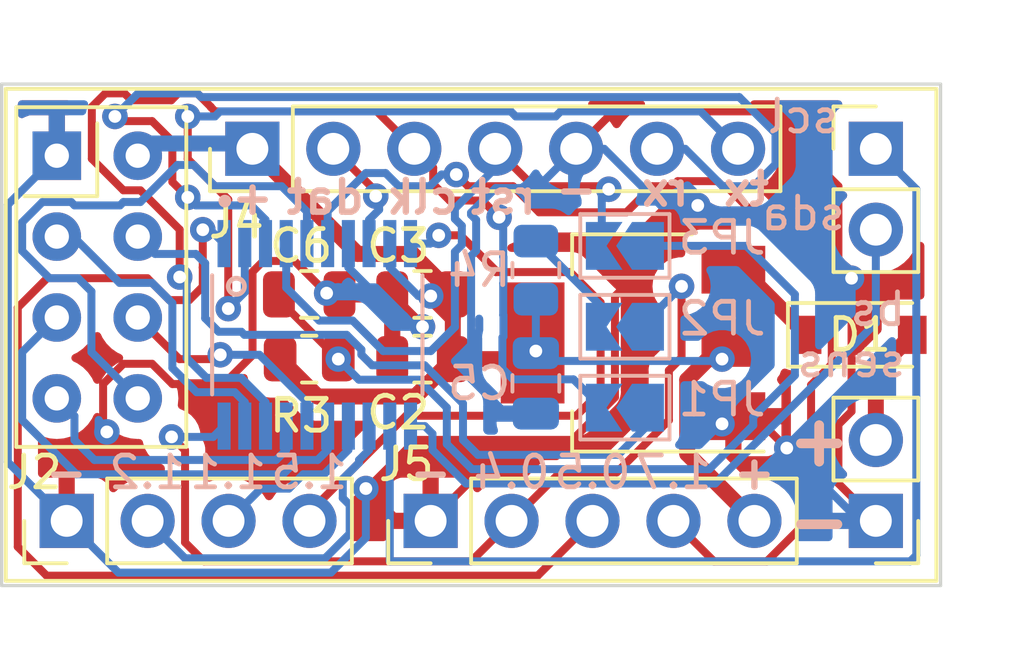
<source format=kicad_pcb>
(kicad_pcb (version 20211014) (generator pcbnew)
  (layers (0 "F.Cu" signal) (31 "B.Cu" signal) (34 "B.Paste" user) (35 "F.Paste" user) (36 "B.SilkS" user "B.Silkscreen") (37 "F.SilkS" user "F.Silkscreen") (38 "B.Mask" user) (39 "F.Mask" user) (44 "Edge.Cuts" user))
  (net 0 "")
  (net 1 "GND")
  (net 2 "+3V3")
  (net 3 "Net-(C6-Pad1)")
  (net 4 "Net-(D1-Pad1)")
  (net 5 "Net-(D1-Pad2)")
  (net 6 "Net-(JP2-Pad2)")
  (net 7 "Net-(JP1-Pad1)")
  (net 8 "Net-(J4-Pad7)")
  (net 9 "Net-(J2-Pad2)")
  (net 10 "Net-(J2-Pad3)")
  (net 11 "Net-(J2-Pad4)")
  (net 12 "Net-(J3-Pad1)")
  (net 13 "Net-(J3-Pad2)")
  (net 14 "Net-(J4-Pad2)")
  (net 15 "Net-(J4-Pad3)")
  (net 16 "Net-(J4-Pad4)")
  (net 17 "Net-(J4-Pad6)")
  (net 18 "Net-(J5-Pad2)")
  (net 19 "Net-(J5-Pad3)")
  (net 20 "Net-(J5-Pad4)")
  (net 21 "Net-(U1-Pad3)")
  (net 22 "Net-(U1-Pad5)")
  (net 23 "Net-(U1-Pad6)")
  (net 24 "Net-(U1-Pad7)")
  (net 25 "Net-(U1-Pad8)")
  (footprint "Package_TO_SOT_SMD:SOT-223-3_TabPin2" (layer "F.Cu") (at 147.32 84.582 180)
    (fp_text reference "U2" hide)
    (fp_text value "AMS1117-3.3")
    (pad "1" smd rect (at -3.15 -2.3 180) (size 2 1.5) (layers "F.Cu" "F.Paste" "F.Mask") (net 1 "GND"))
    (pad "2" smd rect (at -3.15 0 180) (size 2 1.5) (layers "F.Cu" "F.Paste" "F.Mask") (net 2 "+3V3"))
    (pad "2" smd rect (at 3.15 0 180) (size 2 3.8) (layers "F.Cu" "F.Paste" "F.Mask") (net 2 "+3V3"))
    (pad "3" smd rect (at -3.15 2.3 180) (size 2 1.5) (layers "F.Cu" "F.Paste" "F.Mask") (net 4 "Net-(D1-Pad1)"))
  )
  (footprint "Connector_PinHeader_2.54mm:PinHeader_1x02_P2.54mm_Vertical" (layer "F.Cu") (at 154.94 78.486)
    (fp_text reference "J3" hide)
    (fp_text value "Conn_01x02")
    (pad "1" thru_hole rect (at 0 0) (size 1.7 1.7) (drill 1) (layers *.Cu *.Mask) (net 12 "Net-(J3-Pad1)"))
    (pad "2" thru_hole oval (at 0 2.54) (size 1.7 1.7) (drill 1) (layers *.Cu *.Mask) (net 13 "Net-(J3-Pad2)"))
  )
  (footprint "Capacitor_SMD:C_0805_2012Metric" (layer "F.Cu") (at 140.716 83.058 180)
    (fp_text reference "C3" (at 0.762 1.524) (layer "F.SilkS"))
    (fp_text value "10u")
    (pad "1" smd roundrect (at -0.95 0 180) (size 1 1.45) (layers "F.Cu" "F.Paste" "F.Mask") (net 2 "+3V3"))
    (pad "2" smd roundrect (at 0.95 0 180) (size 1 1.45) (layers "F.Cu" "F.Paste" "F.Mask") (net 1 "GND"))
  )
  (footprint "Connector_PinHeader_2.54mm:PinHeader_1x02_P2.54mm_Vertical" (layer "F.Cu") (at 154.94 90.17 180)
    (fp_text reference "J1" hide)
    (fp_text value "Conn_01x02")
    (pad "1" thru_hole rect (at 0 0 180) (size 1.7 1.7) (drill 1) (layers *.Cu *.Mask) (net 1 "GND"))
    (pad "2" thru_hole oval (at 0 2.54 180) (size 1.7 1.7) (drill 1) (layers *.Cu *.Mask) (net 5 "Net-(D1-Pad2)"))
  )
  (footprint "Capacitor_SMD:C_0805_2012Metric" (layer "F.Cu") (at 137.16 83.058)
    (fp_text reference "C6" (at -0.254 -1.524) (layer "F.SilkS"))
    (fp_text value "10u")
    (pad "1" smd roundrect (at -0.95 0) (size 1 1.45) (layers "F.Cu" "F.Paste" "F.Mask") (net 3 "Net-(C6-Pad1)"))
    (pad "2" smd roundrect (at 0.95 0) (size 1 1.45) (layers "F.Cu" "F.Paste" "F.Mask") (net 1 "GND"))
  )
  (footprint "Connector_PinHeader_2.54mm:PinHeader_1x07_P2.54mm_Vertical" (layer "F.Cu") (at 135.377 78.486 90)
    (fp_text reference "J4" (at -2.286 -0.503 180) (layer "F.SilkS"))
    (fp_text value "Conn_01x07")
    (pad "1" thru_hole rect (at 0 0 90) (size 1.7 1.7) (drill 1) (layers *.Cu *.Mask) (net 2 "+3V3"))
    (pad "2" thru_hole oval (at 0 2.54 90) (size 1.7 1.7) (drill 1) (layers *.Cu *.Mask) (net 14 "Net-(J4-Pad2)"))
    (pad "3" thru_hole oval (at 0 5.08 90) (size 1.7 1.7) (drill 1) (layers *.Cu *.Mask) (net 15 "Net-(J4-Pad3)"))
    (pad "4" thru_hole oval (at 0 7.62 90) (size 1.7 1.7) (drill 1) (layers *.Cu *.Mask) (net 16 "Net-(J4-Pad4)"))
    (pad "5" thru_hole oval (at 0 10.16 90) (size 1.7 1.7) (drill 1) (layers *.Cu *.Mask) (net 1 "GND"))
    (pad "6" thru_hole oval (at 0 12.7 90) (size 1.7 1.7) (drill 1) (layers *.Cu *.Mask) (net 17 "Net-(J4-Pad6)"))
    (pad "7" thru_hole oval (at 0 15.24 90) (size 1.7 1.7) (drill 1) (layers *.Cu *.Mask) (net 8 "Net-(J4-Pad7)"))
  )
  (footprint "Diode_SMD:D_SOD-123" (layer "F.Cu") (at 154.432 84.328)
    (fp_text reference "D1" (at 0 0) (layer "F.SilkS"))
    (fp_text value "1N4148W")
    (pad "1" smd rect (at -1.65 0) (size 0.9 1.2) (layers "F.Cu" "F.Paste" "F.Mask") (net 4 "Net-(D1-Pad1)"))
    (pad "2" smd rect (at 1.65 0) (size 0.9 1.2) (layers "F.Cu" "F.Paste" "F.Mask") (net 5 "Net-(D1-Pad2)"))
  )
  (footprint "Resistor_SMD:R_0805_2012Metric" (layer "F.Cu") (at 137.16 85.09)
    (fp_text reference "R3" (at -0.254 1.778) (layer "F.SilkS"))
    (fp_text value "10k")
    (pad "1" smd roundrect (at -0.9125 0) (size 1.025 1.4) (layers "F.Cu" "F.Paste" "F.Mask") (roundrect_rratio 0.243902) (net 2 "+3V3"))
    (pad "2" smd roundrect (at 0.9125 0) (size 1.025 1.4) (layers "F.Cu" "F.Paste" "F.Mask") (roundrect_rratio 0.243902) (net 3 "Net-(C6-Pad1)"))
  )
  (footprint "Connector_PinHeader_2.54mm:PinHeader_1x04_P2.54mm_Vertical" (layer "F.Cu") (at 129.55 90.17 90)
    (fp_text reference "J2" (at 1.524 -1.016) (layer "F.SilkS"))
    (fp_text value "Conn_01x04")
    (pad "1" thru_hole rect (at 0 0 90) (size 1.7 1.7) (drill 1) (layers *.Cu *.Mask) (net 1 "GND"))
    (pad "2" thru_hole oval (at 0 2.54 90) (size 1.7 1.7) (drill 1) (layers *.Cu *.Mask) (net 9 "Net-(J2-Pad2)"))
    (pad "3" thru_hole oval (at 0 5.08 90) (size 1.7 1.7) (drill 1) (layers *.Cu *.Mask) (net 10 "Net-(J2-Pad3)"))
    (pad "4" thru_hole oval (at 0 7.62 90) (size 1.7 1.7) (drill 1) (layers *.Cu *.Mask) (net 11 "Net-(J2-Pad4)"))
  )
  (footprint "Connector_PinHeader_2.54mm:PinHeader_1x05_P2.54mm_Vertical" (layer "F.Cu") (at 140.97 90.17 90)
    (fp_text reference "J5" (at 1.778 -0.762 180) (layer "F.SilkS"))
    (fp_text value "Conn_01x05")
    (pad "1" thru_hole rect (at 0 0 90) (size 1.7 1.7) (drill 1) (layers *.Cu *.Mask) (net 1 "GND"))
    (pad "2" thru_hole oval (at 0 2.54 90) (size 1.7 1.7) (drill 1) (layers *.Cu *.Mask) (net 18 "Net-(J5-Pad2)"))
    (pad "3" thru_hole oval (at 0 5.08 90) (size 1.7 1.7) (drill 1) (layers *.Cu *.Mask) (net 19 "Net-(J5-Pad3)"))
    (pad "4" thru_hole oval (at 0 7.62 90) (size 1.7 1.7) (drill 1) (layers *.Cu *.Mask) (net 20 "Net-(J5-Pad4)"))
    (pad "5" thru_hole oval (at 0 10.16 90) (size 1.7 1.7) (drill 1) (layers *.Cu *.Mask) (net 2 "+3V3"))
  )
  (footprint "Capacitor_SMD:C_0805_2012Metric" (layer "F.Cu") (at 140.716 85.09 180)
    (fp_text reference "C2" (at 0.762 -1.68) (layer "F.SilkS"))
    (fp_text value "100n")
    (pad "1" smd roundrect (at -0.95 0 180) (size 1 1.45) (layers "F.Cu" "F.Paste" "F.Mask") (net 2 "+3V3"))
    (pad "2" smd roundrect (at 0.95 0 180) (size 1 1.45) (layers "F.Cu" "F.Paste" "F.Mask") (net 1 "GND"))
  )
  (footprint "RF_Module:nRF24L01_Breakout" (layer "F.Cu") (at 129.24 78.703)
    (fp_text reference "U1" hide)
    (fp_text value "NRF24L01_Breakout")
    (pad "1" thru_hole rect (at 0 0) (size 1.524 1.524) (drill 0.762) (layers *.Cu *.Mask) (net 1 "GND"))
    (pad "2" thru_hole circle (at 2.54 0) (size 1.524 1.524) (drill 0.762) (layers *.Cu *.Mask) (net 2 "+3V3"))
    (pad "3" thru_hole circle (at 0 2.54) (size 1.524 1.524) (drill 0.762) (layers *.Cu *.Mask) (net 21 "Net-(U1-Pad3)"))
    (pad "4" thru_hole circle (at 2.54 2.54) (size 1.524 1.524) (drill 0.762) (layers *.Cu *.Mask) (net 7 "Net-(JP1-Pad1)"))
    (pad "5" thru_hole circle (at 0 5.08) (size 1.524 1.524) (drill 0.762) (layers *.Cu *.Mask) (net 22 "Net-(U1-Pad5)"))
    (pad "6" thru_hole circle (at 2.54 5.08) (size 1.524 1.524) (drill 0.762) (layers *.Cu *.Mask) (net 23 "Net-(U1-Pad6)"))
    (pad "7" thru_hole circle (at 0 7.62) (size 1.524 1.524) (drill 0.762) (layers *.Cu *.Mask) (net 24 "Net-(U1-Pad7)"))
    (pad "8" thru_hole circle (at 2.54 7.62) (size 1.524 1.524) (drill 0.762) (layers *.Cu *.Mask) (net 25 "Net-(U1-Pad8)"))
  )
  (footprint "Jumper:SolderJumper-2_P1.3mm_Open_TrianglePad1.0x1.5mm" (layer "B.Cu") (at 147.066 81.534 180)
    (fp_text reference "JP3" (at -3.048 0.254) (layer "B.SilkS") (effects (justify mirror)))
    (fp_text value "SolderJumper_2_Open")
    (pad "1" smd custom (at -0.725 0 180) (size 0.3 0.3) (layers "B.Cu" "B.Mask") (net 3 "Net-(C6-Pad1)") (options (clearance outline) (anchor rect)) (primitives (gr_poly (pts (xy 1 0) (xy 0.5 -0.75) (xy -0.5 -0.75) (xy -0.5 0.75) (xy 0.5 0.75)) (width 0) (fill yes))))
    (pad "2" smd custom (at 0.725 0 180) (size 0.3 0.3) (layers "B.Cu" "B.Mask") (net 16 "Net-(J4-Pad4)") (options (clearance outline) (anchor rect)) (primitives (gr_poly (pts (xy 0.5 -0.75) (xy -0.65 -0.75) (xy -0.15 0) (xy -0.65 0.75) (xy 0.5 0.75)) (width 0) (fill yes))))
  )
  (footprint "Resistor_SMD:R_0805_2012Metric" (layer "B.Cu") (at 144.272 82.296 90)
    (fp_text reference "R4" (at 0 -1.778) (layer "B.SilkS") (effects (justify mirror)))
    (fp_text value "4,7k")
    (pad "1" smd roundrect (at -0.9125 0 90) (size 1.025 1.4) (layers "B.Cu" "B.Paste" "B.Mask") (roundrect_rratio 0.243902) (net 2 "+3V3"))
    (pad "2" smd roundrect (at 0.9125 0 90) (size 1.025 1.4) (layers "B.Cu" "B.Paste" "B.Mask") (roundrect_rratio 0.243902) (net 6 "Net-(JP2-Pad2)"))
  )
  (footprint "Jumper:SolderJumper-2_P1.3mm_Open_TrianglePad1.0x1.5mm" (layer "B.Cu") (at 147.066 86.614 180)
    (fp_text reference "JP1" (at -3.048 0.254) (layer "B.SilkS") (effects (justify mirror)))
    (fp_text value "SolderJumper_2_Open")
    (pad "1" smd custom (at -0.725 0 180) (size 0.3 0.3) (layers "B.Cu" "B.Mask") (net 7 "Net-(JP1-Pad1)") (options (clearance outline) (anchor rect)) (primitives (gr_poly (pts (xy 1 0) (xy 0.5 -0.75) (xy -0.5 -0.75) (xy -0.5 0.75) (xy 0.5 0.75)) (width 0) (fill yes))))
    (pad "2" smd custom (at 0.725 0 180) (size 0.3 0.3) (layers "B.Cu" "B.Mask") (net 15 "Net-(J4-Pad3)") (options (clearance outline) (anchor rect)) (primitives (gr_poly (pts (xy 0.5 -0.75) (xy -0.65 -0.75) (xy -0.15 0) (xy -0.65 0.75) (xy 0.5 0.75)) (width 0) (fill yes))))
  )
  (footprint "Capacitor_SMD:C_0805_2012Metric" (layer "B.Cu") (at 144.272 85.852 -90)
    (fp_text reference "C5" (at 0 1.778 180) (layer "B.SilkS") (effects (justify mirror)))
    (fp_text value "100n")
    (pad "1" smd roundrect (at -0.95 0 270) (size 1 1.45) (layers "B.Cu" "B.Paste" "B.Mask") (net 2 "+3V3"))
    (pad "2" smd roundrect (at 0.95 0 270) (size 1 1.45) (layers "B.Cu" "B.Paste" "B.Mask") (net 1 "GND"))
  )
  (footprint "N76E003AT20:SOP65P640X120-20N" (layer "B.Cu") (at 137.414 84.328 -90)
    (fp_text reference "U4" hide)
    (fp_text value "N76E003AT20")
    (pad "1" smd roundrect locked (at -2.865 2.925 270) (size 1.48 0.41) (layers "B.Cu" "B.Paste" "B.Mask") (roundrect_rratio 0.02) (net 19 "Net-(J5-Pad3)"))
    (pad "2" smd roundrect locked (at -2.865 2.275 270) (size 1.48 0.41) (layers "B.Cu" "B.Paste" "B.Mask") (roundrect_rratio 0.02) (net 8 "Net-(J4-Pad7)"))
    (pad "3" smd roundrect locked (at -2.865 1.625 270) (size 1.48 0.41) (layers "B.Cu" "B.Paste" "B.Mask") (roundrect_rratio 0.02) (net 17 "Net-(J4-Pad6)"))
    (pad "4" smd roundrect locked (at -2.865 0.975 270) (size 1.48 0.41) (layers "B.Cu" "B.Paste" "B.Mask") (roundrect_rratio 0.02) (net 16 "Net-(J4-Pad4)"))
    (pad "5" smd roundrect locked (at -2.865 0.325 270) (size 1.48 0.41) (layers "B.Cu" "B.Paste" "B.Mask") (roundrect_rratio 0.02) (net 25 "Net-(U1-Pad8)"))
    (pad "6" smd roundrect locked (at -2.865 -0.325 270) (size 1.48 0.41) (layers "B.Cu" "B.Paste" "B.Mask") (roundrect_rratio 0.02) (net 20 "Net-(J5-Pad4)"))
    (pad "7" smd roundrect locked (at -2.865 -0.975 270) (size 1.48 0.41) (layers "B.Cu" "B.Paste" "B.Mask") (roundrect_rratio 0.02) (net 1 "GND"))
    (pad "8" smd roundrect locked (at -2.865 -1.625 270) (size 1.48 0.41) (layers "B.Cu" "B.Paste" "B.Mask") (roundrect_rratio 0.02) (net 14 "Net-(J4-Pad2)"))
    (pad "9" smd roundrect locked (at -2.865 -2.275 270) (size 1.48 0.41) (layers "B.Cu" "B.Paste" "B.Mask") (roundrect_rratio 0.02) (net 2 "+3V3"))
    (pad "10" smd roundrect locked (at -2.865 -2.925 270) (size 1.48 0.41) (layers "B.Cu" "B.Paste" "B.Mask") (roundrect_rratio 0.02) (net 11 "Net-(J2-Pad4)"))
    (pad "11" smd roundrect locked (at 2.865 -2.925 90) (size 1.48 0.41) (layers "B.Cu" "B.Paste" "B.Mask") (roundrect_rratio 0.02) (net 13 "Net-(J3-Pad2)"))
    (pad "12" smd roundrect locked (at 2.865 -2.275 90) (size 1.48 0.41) (layers "B.Cu" "B.Paste" "B.Mask") (roundrect_rratio 0.02) (net 12 "Net-(J3-Pad1)"))
    (pad "13" smd roundrect locked (at 2.865 -1.625 90) (size 1.48 0.41) (layers "B.Cu" "B.Paste" "B.Mask") (roundrect_rratio 0.02) (net 9 "Net-(J2-Pad2)"))
    (pad "14" smd roundrect locked (at 2.865 -0.975 90) (size 1.48 0.41) (layers "B.Cu" "B.Paste" "B.Mask") (roundrect_rratio 0.02) (net 10 "Net-(J2-Pad3)"))
    (pad "15" smd roundrect locked (at 2.865 -0.325 90) (size 1.48 0.41) (layers "B.Cu" "B.Paste" "B.Mask") (roundrect_rratio 0.02) (net 22 "Net-(U1-Pad5)"))
    (pad "16" smd roundrect locked (at 2.865 0.325 90) (size 1.48 0.41) (layers "B.Cu" "B.Paste" "B.Mask") (roundrect_rratio 0.02) (net 23 "Net-(U1-Pad6)"))
    (pad "17" smd roundrect locked (at 2.865 0.975 90) (size 1.48 0.41) (layers "B.Cu" "B.Paste" "B.Mask") (roundrect_rratio 0.02) (net 24 "Net-(U1-Pad7)"))
    (pad "18" smd roundrect locked (at 2.865 1.625 90) (size 1.48 0.41) (layers "B.Cu" "B.Paste" "B.Mask") (roundrect_rratio 0.02) (net 15 "Net-(J4-Pad3)"))
    (pad "19" smd roundrect locked (at 2.865 2.275 90) (size 1.48 0.41) (layers "B.Cu" "B.Paste" "B.Mask") (roundrect_rratio 0.02) (net 21 "Net-(U1-Pad3)"))
    (pad "20" smd roundrect locked (at 2.865 2.925 90) (size 1.48 0.41) (layers "B.Cu" "B.Paste" "B.Mask") (roundrect_rratio 0.02) (net 18 "Net-(J5-Pad2)"))
  )
  (footprint "Jumper:SolderJumper-2_P1.3mm_Open_TrianglePad1.0x1.5mm" (layer "B.Cu") (at 147.066 84.074 180)
    (fp_text reference "JP2" (at -3.048 0.254) (layer "B.SilkS") (effects (justify mirror)))
    (fp_text value "SolderJumper_2_Open")
    (pad "1" smd custom (at -0.725 0 180) (size 0.3 0.3) (layers "B.Cu" "B.Mask") (net 18 "Net-(J5-Pad2)") (options (clearance outline) (anchor rect)) (primitives (gr_poly (pts (xy 1 0) (xy 0.5 -0.75) (xy -0.5 -0.75) (xy -0.5 0.75) (xy 0.5 0.75)) (width 0) (fill yes))))
    (pad "2" smd custom (at 0.725 0 180) (size 0.3 0.3) (layers "B.Cu" "B.Mask") (net 6 "Net-(JP2-Pad2)") (options (clearance outline) (anchor rect)) (primitives (gr_poly (pts (xy 0.5 -0.75) (xy -0.65 -0.75) (xy -0.15 0) (xy -0.65 0.75) (xy 0.5 0.75)) (width 0) (fill yes))))
  )
  (gr_circle (center 134.874 82.804) (end 135.128 82.804) (layer "B.SilkS") (width 0.15) (fill none))
  (gr_line (start 127.508 92.202) (end 127.508 76.454) (layer "Edge.Cuts") (width 0.1))
  (gr_line (start 156.972 76.454) (end 156.972 92.202) (layer "Edge.Cuts") (width 0.1))
  (gr_line (start 127.508 76.454) (end 156.972 76.454) (layer "Edge.Cuts") (width 0.1))
  (gr_line (start 156.972 92.202) (end 127.508 92.202) (layer "Edge.Cuts") (width 0.1))
  (gr_text "-" (at 140.97 88.646) (layer "B.SilkS") (effects (font (size 1 1) (thickness 0.2)) (justify mirror)))
  (gr_text "0.5" (at 146.05 88.646) (layer "B.SilkS") (effects (font (size 1 1)) (justify mirror)))
  (gr_text "-" (at 153.162 90.17) (layer "B.SilkS") (effects (font (size 1.5 1.5) (thickness 0.3)) (justify mirror)))
  (gr_text "sda" (at 152.654 80.518) (layer "B.SilkS") (effects (font (size 1 1)) (justify mirror)))
  (gr_text "1.1" (at 134.62 88.646) (layer "B.SilkS") (effects (font (size 1 1)) (justify mirror)))
  (gr_text "bs\nsens" (at 155.956 84.328) (layer "B.SilkS") (effects (font (size 1 1)) (justify left mirror)))
  (gr_text "clk" (at 140.716 80.01) (layer "B.SilkS") (effects (font (size 1 1) (thickness 0.2)) (justify mirror)))
  (gr_text "1.7" (at 148.59 88.646) (layer "B.SilkS") (effects (font (size 1 1)) (justify mirror)))
  (gr_text "+" (at 151.13 88.646) (layer "B.SilkS") (effects (font (size 1 1) (thickness 0.2)) (justify mirror)))
  (gr_text "tx" (at 150.876 79.756) (layer "B.SilkS") (effects (font (size 1 1) (thickness 0.2)) (justify mirror)))
  (gr_text "+" (at 135.382 80.01) (layer "B.SilkS") (effects (font (size 1 1) (thickness 0.2))))
  (gr_text "-" (at 129.54 88.646) (layer "B.SilkS") (effects (font (size 1 1) (thickness 0.2)) (justify mirror)))
  (gr_text "0.4" (at 143.51 88.646) (layer "B.SilkS") (effects (font (size 1 1)) (justify mirror)))
  (gr_text "dat" (at 137.668 80.01) (layer "B.SilkS") (effects (font (size 1 1) (thickness 0.2)) (justify mirror)))
  (gr_text "scl" (at 152.654 77.47) (layer "B.SilkS") (effects (font (size 1 1)) (justify mirror)))
  (gr_text "-" (at 145.542 79.756) (layer "B.SilkS") (effects (font (size 1 1) (thickness 0.2)) (justify mirror)))
  (gr_text "rst" (at 143.256 80.01) (layer "B.SilkS") (effects (font (size 1 1) (thickness 0.2)) (justify mirror)))
  (gr_text "+" (at 153.162 87.63) (layer "B.SilkS") (effects (font (size 1.5 1.5) (thickness 0.3)) (justify mirror)))
  (gr_text "rx" (at 148.336 79.756) (layer "B.SilkS") (effects (font (size 1 1) (thickness 0.2)) (justify mirror)))
  (gr_text "1.2" (at 132.08 88.646) (layer "B.SilkS") (effects (font (size 1 1)) (justify mirror)))
  (gr_text "1.5" (at 137.16 88.646) (layer "B.SilkS") (effects (font (size 1 1)) (justify mirror)))
  (gr_text "+" (at 153.162 87.63) (layer "F.SilkS") (effects (font (size 1.5 1.5) (thickness 0.3))))
  (gr_text "-" (at 153.162 90.17) (layer "F.SilkS") (effects (font (size 1.5 1.5) (thickness 0.3))))
  (segment (start 136.697973 82.00848) (end 135.722027 82.00848) (width 0.25) (layer "F.Cu") (net 1))
  (segment (start 153.765489 79.660511) (end 153.765489 82.137489) (width 0.25) (layer "F.Cu") (net 1))
  (segment (start 137.707747 83.018253) (end 136.697973 82.00848) (width 0.25) (layer "F.Cu") (net 1))
  (segment (start 146.75352 86.292198) (end 144.907718 88.138) (width 0.25) (layer "F.Cu") (net 1))
  (segment (start 146.711511 77.311489) (end 151.416467 77.311489) (width 0.25) (layer "F.Cu") (net 1))
  (segment (start 153.765489 88.995489) (end 154.94 90.17) (width 0.25) (layer "F.Cu") (net 1))
  (segment (start 151.416467 77.311489) (end 153.765489 79.660511) (width 0.25) (layer "F.Cu") (net 1))
  (segment (start 137.747493 83.058) (end 137.707747 83.018253) (width 0.25) (layer "F.Cu") (net 1))
  (segment (start 145.537 78.486) (end 146.711511 77.311489) (width 0.25) (layer "F.Cu") (net 1))
  (segment (start 144.907718 88.138) (end 143.002 88.138) (width 0.25) (layer "F.Cu") (net 1))
  (segment (start 138.11 83.058) (end 139.766 83.058) (width 0.25) (layer "F.Cu") (net 1))
  (segment (start 139.954 90.17) (end 138.938 89.154) (width 0.25) (layer "F.Cu") (net 1))
  (segment (start 140.716 84.008) (end 139.766 83.058) (width 0.25) (layer "F.Cu") (net 1))
  (segment (start 135.382 84.967373) (end 134.476422 85.872951) (width 0.25) (layer "F.Cu") (net 1))
  (segment (start 146.75352 83.11648) (end 146.75352 86.292198) (width 0.25) (layer "F.Cu") (net 1))
  (segment (start 154.178 86.73099) (end 153.765489 87.143501) (width 0.25) (layer "F.Cu") (net 1))
  (segment (start 149.352 80.518) (end 146.75352 83.11648) (width 0.25) (layer "F.Cu") (net 1))
  (segment (start 132.866511 85.872951) (end 132.230049 85.236489) (width 0.25) (layer "F.Cu") (net 1))
  (segment (start 131.329951 85.236489) (end 130.693489 85.872951) (width 0.25) (layer "F.Cu") (net 1))
  (segment (start 138.11 83.058) (end 137.747493 83.058) (width 0.25) (layer "F.Cu") (net 1))
  (segment (start 153.765489 87.143501) (end 153.765489 88.995489) (width 0.25) (layer "F.Cu") (net 1))
  (segment (start 153.765489 82.137489) (end 154.178 82.55) (width 0.25) (layer "F.Cu") (net 1))
  (segment (start 130.693489 87.259489) (end 130.81 87.376) (width 0.25) (layer "F.Cu") (net 1))
  (segment (start 139.766 83.058) (end 139.766 85.09) (width 0.25) (layer "F.Cu") (net 1))
  (segment (start 135.382 82.348507) (end 135.382 84.967373) (width 0.25) (layer "F.Cu") (net 1))
  (segment (start 150.114 87.122) (end 151.384 87.122) (width 0.25) (layer "F.Cu") (net 1))
  (segment (start 140.716 84.074) (end 140.716 84.008) (width 0.25) (layer "F.Cu") (net 1))
  (segment (start 132.230049 85.236489) (end 131.329951 85.236489) (width 0.25) (layer "F.Cu") (net 1))
  (segment (start 134.476422 85.872951) (end 132.866511 85.872951) (width 0.25) (layer "F.Cu") (net 1))
  (segment (start 130.693489 85.872951) (end 130.693489 87.259489) (width 0.25) (layer "F.Cu") (net 1))
  (segment (start 154.178 82.55) (end 154.178 86.73099) (width 0.25) (layer "F.Cu") (net 1))
  (segment (start 143.002 88.138) (end 140.97 90.17) (width 0.25) (layer "F.Cu") (net 1))
  (segment (start 135.722027 82.00848) (end 135.382 82.348507) (width 0.25) (layer "F.Cu") (net 1))
  (segment (start 140.97 90.17) (end 139.954 90.17) (width 0.25) (layer "F.Cu") (net 1))
  (segment (start 151.384 87.122) (end 152.146 87.884) (width 0.25) (layer "F.Cu") (net 1))
  (via (at 150.114 87.122) (size 0.8) (drill 0.4) (layers "F.Cu" "B.Cu") (net 1))
  (via (at 149.352 80.264) (size 0.8) (drill 0.4) (layers "F.Cu" "B.Cu") (net 1))
  (via (at 130.81 87.376) (size 0.8) (drill 0.4) (layers "F.Cu" "B.Cu") (net 1))
  (via (at 154.178 82.55) (size 0.8) (drill 0.4) (layers "F.Cu" "B.Cu") (net 1))
  (via (at 138.938 89.154) (size 0.8) (drill 0.4) (layers "F.Cu" "B.Cu") (net 1))
  (via (at 140.716 84.074) (size 0.8) (drill 0.4) (layers "F.Cu" "B.Cu") (net 1))
  (via (at 137.707747 83.018253) (size 0.8) (drill 0.4) (layers "F.Cu" "B.Cu") (net 1))
  (via (at 152.146 87.884) (size 0.8) (drill 0.4) (layers "F.Cu" "B.Cu") (net 1))
  (segment (start 129.24 78.703) (end 127.703969 80.239031) (width 0.25) (layer "B.Cu") (net 1))
  (segment (start 137.842696 91.794031) (end 131.174031 91.794031) (width 0.25) (layer "B.Cu") (net 1))
  (segment (start 127.703969 80.239031) (end 127.703969 88.323969) (width 0.25) (layer "B.Cu") (net 1))
  (segment (start 146.41599 78.486) (end 148.19399 80.264) (width 0.25) (layer "B.Cu") (net 1))
  (segment (start 142.24 85.715668) (end 142.24 81.847197) (width 0.25) (layer "B.Cu") (net 1))
  (segment (start 142.24 81.847197) (end 142.398031 81.689165) (width 0.25) (layer "B.Cu") (net 1))
  (segment (start 145.537 78.486) (end 146.41599 78.486) (width 0.25) (layer "B.Cu") (net 1))
  (segment (start 142.398031 80.716565) (end 142.24 80.558534) (width 0.25) (layer "B.Cu") (net 1))
  (segment (start 152.146 87.884) (end 154.432 90.17) (width 0.25) (layer "B.Cu") (net 1))
  (segment (start 131.174031 91.794031) (end 129.55 90.17) (width 0.25) (layer "B.Cu") (net 1))
  (segment (start 138.389 81.463) (end 138.389 82.212137) (width 0.25) (layer "B.Cu") (net 1))
  (segment (start 127.703969 88.323969) (end 129.55 90.17) (width 0.25) (layer "B.Cu") (net 1))
  (segment (start 143.326332 86.802) (end 142.24 85.715668) (width 0.25) (layer "B.Cu") (net 1))
  (segment (start 154.432 90.17) (end 154.94 90.17) (width 0.25) (layer "B.Cu") (net 1))
  (segment (start 143.449967 86.802) (end 144.272 86.802) (width 0.25) (layer "B.Cu") (net 1))
  (segment (start 144.306156 79.716844) (end 145.537 78.486) (width 0.25) (layer "B.Cu") (net 1))
  (segment (start 144.272 86.802) (end 143.326332 86.802) (width 0.25) (layer "B.Cu") (net 1))
  (segment (start 143.012256 79.716844) (end 144.306156 79.716844) (width 0.25) (layer "B.Cu") (net 1))
  (segment (start 138.938 89.154) (end 138.938 90.698727) (width 0.25) (layer "B.Cu") (net 1))
  (segment (start 142.398031 81.689165) (end 142.398031 80.716565) (width 0.25) (layer "B.Cu") (net 1))
  (segment (start 142.24 80.4891) (end 143.012256 79.716844) (width 0.25) (layer "B.Cu") (net 1))
  (segment (start 140.250863 84.074) (end 140.716 84.074) (width 0.25) (layer "B.Cu") (net 1))
  (segment (start 148.19399 80.264) (end 149.098 80.264) (width 0.25) (layer "B.Cu") (net 1))
  (segment (start 149.098 80.264) (end 149.352 80.518) (width 0.25) (layer "B.Cu") (net 1))
  (segment (start 138.938 90.698727) (end 137.842696 91.794031) (width 0.25) (layer "B.Cu") (net 1))
  (segment (start 138.389 82.212137) (end 140.250863 84.074) (width 0.25) (layer "B.Cu") (net 1))
  (segment (start 142.24 80.558534) (end 142.24 80.4891) (width 0.25) (layer "B.Cu") (net 1))
  (segment (start 141.666 83.058) (end 141.024581 83.058) (width 0.5) (layer "F.Cu") (net 2))
  (segment (start 140.396 81.788) (end 141.666 83.058) (width 0.5) (layer "F.Cu") (net 2))
  (segment (start 136.2475 85.09) (end 137.42202 86.26452) (width 0.5) (layer "F.Cu") (net 2))
  (segment (start 143.662 85.09) (end 144.17 84.582) (width 0.5) (layer "F.Cu") (net 2))
  (segment (start 140.49148 86.26452) (end 141.666 85.09) (width 0.5) (layer "F.Cu") (net 2))
  (segment (start 141.024581 83.058) (end 140.974167 83.108414) (width 0.5) (layer "F.Cu") (net 2))
  (segment (start 135.377 78.486) (end 138.679 81.788) (width 0.5) (layer "F.Cu") (net 2))
  (segment (start 140.974167 83.108414) (end 141.666 83.800247) (width 0.5) (layer "F.Cu") (net 2))
  (segment (start 149.020489 88.060489) (end 151.13 90.17) (width 0.5) (layer "F.Cu") (net 2))
  (segment (start 138.679 81.788) (end 140.396 81.788) (width 0.5) (layer "F.Cu") (net 2))
  (segment (start 144.018 85.09) (end 144.272 84.836) (width 0.5) (layer "F.Cu") (net 2))
  (segment (start 149.674462 85.09) (end 149.020489 85.743973) (width 0.5) (layer "F.Cu") (net 2))
  (segment (start 141.666 83.800247) (end 141.666 85.09) (width 0.5) (layer "F.Cu") (net 2))
  (segment (start 150.114 85.09) (end 149.674462 85.09) (width 0.5) (layer "F.Cu") (net 2))
  (segment (start 137.42202 86.26452) (end 140.49148 86.26452) (width 0.5) (layer "F.Cu") (net 2))
  (segment (start 141.666 85.09) (end 144.018 85.09) (width 0.5) (layer "F.Cu") (net 2))
  (segment (start 149.020489 85.743973) (end 149.020489 88.060489) (width 0.5) (layer "F.Cu") (net 2))
  (via (at 150.114 85.09) (size 0.8) (drill 0.4) (layers "F.Cu" "B.Cu") (net 2))
  (via (at 140.974167 83.108414) (size 0.8) (drill 0.4) (layers "F.Cu" "B.Cu") (net 2))
  (via (at 144.272 84.836) (size 0.8) (drill 0.4) (layers "F.Cu" "B.Cu") (net 2))
  (segment (start 150.05548 85.14852) (end 144.51852 85.14852) (width 0.25) (layer "B.Cu") (net 2))
  (segment (start 150.114 85.09) (end 150.05548 85.14852) (width 0.25) (layer "B.Cu") (net 2))
  (segment (start 135.377 78.486) (end 135.210511 78.319511) (width 0.5) (layer "B.Cu") (net 2))
  (segment (start 144.51852 85.14852) (end 144.272 84.902) (width 0.25) (layer "B.Cu") (net 2))
  (segment (start 144.272 83.2085) (end 144.272 84.836) (width 0.25) (layer "B.Cu") (net 2))
  (segment (start 144.272 84.836) (end 144.272 84.902) (width 0.25) (layer "B.Cu") (net 2))
  (segment (start 140.585277 83.108414) (end 139.689 82.212137) (width 0.25) (layer "B.Cu") (net 2))
  (segment (start 135.210511 78.319511) (end 132.163489 78.319511) (width 0.5) (layer "B.Cu") (net 2))
  (segment (start 139.689 82.212137) (end 139.689 81.463) (width 0.25) (layer "B.Cu") (net 2))
  (segment (start 132.163489 78.319511) (end 131.78 78.703) (width 0.5) (layer "B.Cu") (net 2))
  (segment (start 140.974167 83.108414) (end 140.585277 83.108414) (width 0.25) (layer "B.Cu") (net 2))
  (segment (start 136.21 83.058) (end 136.21 83.2275) (width 0.25) (layer "F.Cu") (net 3))
  (segment (start 136.21 83.2275) (end 138.0725 85.09) (width 0.25) (layer "F.Cu") (net 3))
  (via (at 138.0725 85.09) (size 0.8) (drill 0.4) (layers "F.Cu" "B.Cu") (net 3))
  (segment (start 138.0725 85.09) (end 138.71754 85.73504) (width 0.25) (layer "B.Cu") (net 3))
  (segment (start 141.478 87.756282) (end 142.267687 88.545969) (width 0.25) (layer "B.Cu") (net 3))
  (segment (start 141.478 86.614) (end 141.478 87.756282) (width 0.25) (layer "B.Cu") (net 3))
  (segment (start 151.092511 87.168103) (end 151.092511 86.905489) (width 0.25) (layer "B.Cu") (net 3))
  (segment (start 151.092511 86.905489) (end 152.4 85.598) (width 0.25) (layer "B.Cu") (net 3))
  (segment (start 140.59904 85.73504) (end 141.478 86.614) (width 0.25) (layer "B.Cu") (net 3))
  (segment (start 149.714645 88.545969) (end 151.092511 87.168103) (width 0.25) (layer "B.Cu") (net 3))
  (segment (start 152.4 85.598) (end 152.4 83.058) (width 0.25) (layer "B.Cu") (net 3))
  (segment (start 138.71754 85.73504) (end 140.59904 85.73504) (width 0.25) (layer "B.Cu") (net 3))
  (segment (start 152.4 83.058) (end 150.876 81.534) (width 0.25) (layer "B.Cu") (net 3))
  (segment (start 142.267687 88.545969) (end 149.714645 88.545969) (width 0.25) (layer "B.Cu") (net 3))
  (segment (start 150.876 81.534) (end 147.791 81.534) (width 0.25) (layer "B.Cu") (net 3))
  (segment (start 152.782 84.328) (end 150.736 82.282) (width 0.5) (layer "F.Cu") (net 4))
  (segment (start 150.736 82.282) (end 150.47 82.282) (width 0.5) (layer "F.Cu") (net 4))
  (segment (start 154.94 87.63) (end 154.94 85.47) (width 0.5) (layer "F.Cu") (net 5))
  (segment (start 154.94 85.47) (end 156.082 84.328) (width 0.5) (layer "F.Cu") (net 5))
  (segment (start 146.341 83.4525) (end 146.341 84.074) (width 0.25) (layer "B.Cu") (net 6))
  (segment (start 144.272 81.3835) (end 146.341 83.4525) (width 0.25) (layer "B.Cu") (net 6))
  (segment (start 134.319897 84.22996) (end 135.02996 84.22996) (width 0.25) (layer "B.Cu") (net 7))
  (segment (start 133.895489 83.805552) (end 134.319897 84.22996) (width 0.25) (layer "B.Cu") (net 7))
  (segment (start 133.895489 82.079489) (end 133.895489 83.805552) (width 0.25) (layer "B.Cu") (net 7))
  (segment (start 140.785238 85.28552) (end 141.986 86.486283) (width 0.25) (layer "B.Cu") (net 7))
  (segment (start 135.128 84.328) (end 138.335114 84.328) (width 0.25) (layer "B.Cu") (net 7))
  (segment (start 135.02996 84.22996) (end 135.128 84.328) (width 0.25) (layer "B.Cu") (net 7))
  (segment (start 142.453885 88.096449) (end 146.853551 88.096449) (width 0.25) (layer "B.Cu") (net 7))
  (segment (start 146.853551 88.096449) (end 147.791 87.159) (width 0.25) (layer "B.Cu") (net 7))
  (segment (start 138.335114 84.328) (end 138.797011 84.789897) (width 0.25) (layer "B.Cu") (net 7))
  (segment (start 141.986 86.486283) (end 141.986 87.628564) (width 0.25) (layer "B.Cu") (net 7))
  (segment (start 132.325 81.788) (end 133.604 81.788) (width 0.25) (layer "B.Cu") (net 7))
  (segment (start 139.13352 85.28552) (end 140.785238 85.28552) (width 0.25) (layer "B.Cu") (net 7))
  (segment (start 133.604 81.788) (end 133.895489 82.079489) (width 0.25) (layer "B.Cu") (net 7))
  (segment (start 147.791 87.159) (end 147.791 86.614) (width 0.25) (layer "B.Cu") (net 7))
  (segment (start 131.78 81.243) (end 132.325 81.788) (width 0.25) (layer "B.Cu") (net 7))
  (segment (start 141.986 87.628564) (end 142.453885 88.096449) (width 0.25) (layer "B.Cu") (net 7))
  (segment (start 138.797011 84.949011) (end 139.13352 85.28552) (width 0.25) (layer "B.Cu") (net 7))
  (segment (start 138.797011 84.789897) (end 138.797011 84.949011) (width 0.25) (layer "B.Cu") (net 7))
  (segment (start 134.62 83.505449) (end 134.62 80.078022) (width 0.25) (layer "F.Cu") (net 8))
  (segment (start 133.35 78.808022) (end 133.35 77.47) (width 0.25) (layer "F.Cu") (net 8))
  (segment (start 134.62 80.078022) (end 133.35 78.808022) (width 0.25) (layer "F.Cu") (net 8))
  (via (at 133.35 77.47) (size 0.8) (drill 0.4) (layers "F.Cu" "B.Cu") (net 8))
  (via (at 134.62 83.505449) (size 0.8) (drill 0.4) (layers "F.Cu" "B.Cu") (net 8))
  (segment (start 135.139 81.463) (end 135.139 82.986449) (width 0.25) (layer "B.Cu") (net 8))
  (segment (start 149.442489 77.311489) (end 150.617 78.486) (width 0.25) (layer "B.Cu") (net 8))
  (segment (start 134.202489 77.47) (end 134.361 77.311489) (width 0.25) (layer "B.Cu") (net 8))
  (segment (start 134.361 77.311489) (end 143.483499 77.311489) (width 0.25) (layer "B.Cu") (net 8))
  (segment (start 145.050501 77.311489) (end 149.442489 77.311489) (width 0.25) (layer "B.Cu") (net 8))
  (segment (start 135.139 82.986449) (end 134.62 83.505449) (width 0.25) (layer "B.Cu") (net 8))
  (segment (start 143.483499 77.311489) (end 143.64201 77.47) (width 0.25) (layer "B.Cu") (net 8))
  (segment (start 133.35 77.47) (end 134.202489 77.47) (width 0.25) (layer "B.Cu") (net 8))
  (segment (start 143.64201 77.47) (end 144.89199 77.47) (width 0.25) (layer "B.Cu") (net 8))
  (segment (start 144.89199 77.47) (end 145.050501 77.311489) (width 0.25) (layer "B.Cu") (net 8))
  (segment (start 138.723617 88.343769) (end 138.213489 88.853897) (width 0.25) (layer "B.Cu") (net 9))
  (segment (start 138.213489 89.454103) (end 138.43 89.670614) (width 0.25) (layer "B.Cu") (net 9))
  (segment (start 139.039 87.942137) (end 138.723617 88.25752) (width 0.25) (layer "B.Cu") (net 9))
  (segment (start 138.213489 88.853897) (end 138.213489 89.454103) (width 0.25) (layer "B.Cu") (net 9))
  (segment (start 138.43 89.670614) (end 138.43 90.57101) (width 0.25) (layer "B.Cu") (net 9))
  (segment (start 137.656499 91.344511) (end 133.264511 91.344511) (width 0.25) (layer "B.Cu") (net 9))
  (segment (start 138.723617 88.25752) (end 138.723617 88.343769) (width 0.25) (layer "B.Cu") (net 9))
  (segment (start 133.264511 91.344511) (end 132.09 90.17) (width 0.25) (layer "B.Cu") (net 9))
  (segment (start 139.039 87.193) (end 139.039 87.942137) (width 0.25) (layer "B.Cu") (net 9))
  (segment (start 138.43 90.57101) (end 137.656499 91.344511) (width 0.25) (layer "B.Cu") (net 9))
  (segment (start 136.523157 89.15656) (end 135.64344 89.15656) (width 0.25) (layer "B.Cu") (net 10))
  (segment (start 137.624097 88.70704) (end 136.972678 88.70704) (width 0.25) (layer "B.Cu") (net 10))
  (segment (start 138.389 87.193) (end 138.389 87.942137) (width 0.25) (layer "B.Cu") (net 10))
  (segment (start 138.389 87.942137) (end 137.624097 88.70704) (width 0.25) (layer "B.Cu") (net 10))
  (segment (start 135.64344 89.15656) (end 134.63 90.17) (width 0.25) (layer "B.Cu") (net 10))
  (segment (start 136.972678 88.70704) (end 136.523157 89.15656) (width 0.25) (layer "B.Cu") (net 10))
  (segment (start 137.17 89.897386) (end 137.17 90.17) (width 0.25) (layer "F.Cu") (net 11))
  (segment (start 140.199386 86.868) (end 137.17 89.897386) (width 0.25) (layer "F.Cu") (net 11))
  (segment (start 146.304 83.312) (end 146.304 86.106) (width 0.25) (layer "F.Cu") (net 11))
  (segment (start 143.015942 82.357489) (end 145.349489 82.357489) (width 0.25) (layer "F.Cu") (net 11))
  (segment (start 141.224 81.202865) (end 141.908865 81.202865) (width 0.25) (layer "F.Cu") (net 11))
  (segment (start 141.908865 81.202865) (end 143.015942 82.309942) (width 0.25) (layer "F.Cu") (net 11))
  (segment (start 145.542 86.868) (end 140.199386 86.868) (width 0.25) (layer "F.Cu") (net 11))
  (segment (start 145.349489 82.357489) (end 146.304 83.312) (width 0.25) (layer "F.Cu") (net 11))
  (segment (start 143.015942 82.309942) (end 143.015942 82.357489) (width 0.25) (layer "F.Cu") (net 11))
  (segment (start 146.304 86.106) (end 145.542 86.868) (width 0.25) (layer "F.Cu") (net 11))
  (via (at 141.224 81.202865) (size 0.8) (drill 0.4) (layers "F.Cu" "B.Cu") (net 11))
  (segment (start 140.963865 81.463) (end 140.339 81.463) (width 0.25) (layer "B.Cu") (net 11))
  (segment (start 141.224 81.202865) (end 140.963865 81.463) (width 0.25) (layer "B.Cu") (net 11))
  (segment (start 139.689 87.193) (end 139.689 91.429) (width 0.25) (layer "B.Cu") (net 12))
  (segment (start 156.21 79.756) (end 154.94 78.486) (width 0.25) (layer "B.Cu") (net 12))
  (segment (start 156.019022 91.44) (end 156.21 91.249022) (width 0.25) (layer "B.Cu") (net 12))
  (segment (start 139.689 91.429) (end 139.7 91.44) (width 0.25) (layer "B.Cu") (net 12))
  (segment (start 139.7 91.44) (end 156.019022 91.44) (width 0.25) (layer "B.Cu") (net 12))
  (segment (start 156.21 91.249022) (end 156.21 79.756) (width 0.25) (layer "B.Cu") (net 12))
  (segment (start 154.94 83.956332) (end 154.94 81.026) (width 0.25) (layer "B.Cu") (net 13))
  (segment (start 141.02848 87.43448) (end 141.02848 87.94248) (width 0.25) (layer "B.Cu") (net 13))
  (segment (start 141.02848 87.94248) (end 142.081489 88.995489) (width 0.25) (layer "B.Cu") (net 13))
  (segment (start 140.339 87.193) (end 140.787 87.193) (width 0.25) (layer "B.Cu") (net 13))
  (segment (start 142.081489 88.995489) (end 149.900843 88.995489) (width 0.25) (layer "B.Cu") (net 13))
  (segment (start 140.787 87.193) (end 141.02848 87.43448) (width 0.25) (layer "B.Cu") (net 13))
  (segment (start 149.900843 88.995489) (end 154.94 83.956332) (width 0.25) (layer "B.Cu") (net 13))
  (segment (start 139.247995 79.9725) (end 139.247995 79.816995) (width 0.25) (layer "F.Cu") (net 14))
  (segment (start 139.247995 79.816995) (end 137.917 78.486) (width 0.25) (layer "F.Cu") (net 14))
  (via (at 139.247995 79.9725) (size 0.8) (drill 0.4) (layers "F.Cu" "B.Cu") (net 14))
  (segment (start 139.354383 80.078888) (end 139.354383 80.39848) (width 0.25) (layer "B.Cu") (net 14))
  (segment (start 139.247995 79.9725) (end 139.354383 80.078888) (width 0.25) (layer "B.Cu") (net 14))
  (segment (start 139.354383 80.39848) (end 139.039 80.713863) (width 0.25) (layer "B.Cu") (net 14))
  (segment (start 139.039 80.713863) (end 139.039 81.463) (width 0.25) (layer "B.Cu") (net 14))
  (segment (start 142.594031 80.110031) (end 141.566432 80.110031) (width 0.25) (layer "F.Cu") (net 15))
  (segment (start 130.339489 77.169897) (end 130.763897 76.745489) (width 0.25) (layer "F.Cu") (net 15))
  (segment (start 131.580614 76.962) (end 132.833386 76.962) (width 0.25) (layer "F.Cu") (net 15))
  (segment (start 133.049897 76.745489) (end 133.650103 76.745489) (width 0.25) (layer "F.Cu") (net 15))
  (segment (start 131.863071 79.789511) (end 131.329951 79.789511) (width 0.25) (layer "F.Cu") (net 15))
  (segment (start 141.050388 79.593987) (end 141.050388 79.079388) (width 0.25) (layer "F.Cu") (net 15))
  (segment (start 132.833386 76.962) (end 133.049897 76.745489) (width 0.25) (layer "F.Cu") (net 15))
  (segment (start 133.650103 76.745489) (end 134.074511 77.169897) (width 0.25) (layer "F.Cu") (net 15))
  (segment (start 130.339489 78.799049) (end 130.339489 77.169897) (width 0.25) (layer "F.Cu") (net 15))
  (segment (start 133.096 82.5125) (end 133.096 81.02244) (width 0.25) (layer "F.Cu") (net 15))
  (segment (start 131.364103 76.745489) (end 131.580614 76.962) (width 0.25) (layer "F.Cu") (net 15))
  (segment (start 139.282489 77.311489) (end 140.457 78.486) (width 0.25) (layer "F.Cu") (net 15))
  (segment (start 130.763897 76.745489) (end 131.364103 76.745489) (width 0.25) (layer "F.Cu") (net 15))
  (segment (start 141.566432 80.110031) (end 141.050388 79.593987) (width 0.25) (layer "F.Cu") (net 15))
  (segment (start 141.050388 79.079388) (end 140.457 78.486) (width 0.25) (layer "F.Cu") (net 15))
  (segment (start 143.118849 80.634849) (end 142.594031 80.110031) (width 0.25) (layer "F.Cu") (net 15))
  (segment (start 133.096 81.02244) (end 131.863071 79.789511) (width 0.25) (layer "F.Cu") (net 15))
  (segment (start 131.329951 79.789511) (end 130.339489 78.799049) (width 0.25) (layer "F.Cu") (net 15))
  (segment (start 134.074511 77.178511) (end 134.207489 77.311489) (width 0.25) (layer "F.Cu") (net 15))
  (segment (start 134.074511 77.169897) (end 134.074511 77.178511) (width 0.25) (layer "F.Cu") (net 15))
  (segment (start 134.207489 77.311489) (end 139.282489 77.311489) (width 0.25) (layer "F.Cu") (net 15))
  (via (at 133.096 82.5125) (size 0.8) (drill 0.4) (layers "F.Cu" "B.Cu") (net 15))
  (via (at 143.118849 80.634849) (size 0.8) (drill 0.4) (layers "F.Cu" "B.Cu") (net 15))
  (segment (start 133.096 82.5125) (end 133.316031 82.732531) (width 0.25) (layer "B.Cu") (net 15))
  (segment (start 143.256 82.699507) (end 143.24748 82.708027) (width 0.25) (layer "B.Cu") (net 15))
  (segment (start 143.118849 80.754396) (end 143.24748 80.883027) (width 0.25) (layer "B.Cu") (net 15))
  (segment (start 143.24748 80.883027) (end 143.24748 81.883973) (width 0.25) (layer "B.Cu") (net 15))
  (segment (start 135.789 86.443863) (end 135.789 87.193) (width 0.25) (layer "B.Cu") (net 15))
  (segment (start 143.24748 83.708973) (end 143.256 83.717493) (width 0.25) (layer "B.Cu") (net 15))
  (segment (start 143.256 81.892493) (end 143.256 82.699507) (width 0.25) (layer "B.Cu") (net 15))
  (segment (start 133.316031 85.056031) (end 133.93896 85.67896) (width 0.25) (layer "B.Cu") (net 15))
  (segment (start 143.559027 85.72652) (end 145.45352 85.72652) (width 0.25) (layer "B.Cu") (net 15))
  (segment (start 133.93896 85.67896) (end 135.024097 85.67896) (width 0.25) (layer "B.Cu") (net 15))
  (segment (start 143.24748 81.883973) (end 143.256 81.892493) (width 0.25) (layer "B.Cu") (net 15))
  (segment (start 143.256 83.717493) (end 143.256 84.380507) (width 0.25) (layer "B.Cu") (net 15))
  (segment (start 133.316031 82.732531) (end 133.316031 85.056031) (width 0.25) (layer "B.Cu") (net 15))
  (segment (start 143.24748 82.708027) (end 143.24748 83.708973) (width 0.25) (layer "B.Cu") (net 15))
  (segment (start 143.256 84.380507) (end 143.22248 84.414027) (width 0.25) (layer "B.Cu") (net 15))
  (segment (start 143.22248 85.389973) (end 143.559027 85.72652) (width 0.25) (layer "B.Cu") (net 15))
  (segment (start 143.118849 80.634849) (end 143.118849 80.754396) (width 0.25) (layer "B.Cu") (net 15))
  (segment (start 135.024097 85.67896) (end 135.789 86.443863) (width 0.25) (layer "B.Cu") (net 15))
  (segment (start 143.22248 84.414027) (end 143.22248 85.389973) (width 0.25) (layer "B.Cu") (net 15))
  (segment (start 145.45352 85.72652) (end 146.341 86.614) (width 0.25) (layer "B.Cu") (net 15))
  (segment (start 144.191832 79.660511) (end 143.017321 78.486) (width 0.25) (layer "F.Cu") (net 16))
  (segment (start 146.462511 79.660511) (end 144.191832 79.660511) (width 0.25) (layer "F.Cu") (net 16))
  (segment (start 146.558 79.756) (end 146.462511 79.660511) (width 0.25) (layer "F.Cu") (net 16))
  (segment (start 143.017321 78.486) (end 142.997 78.486) (width 0.25) (layer "F.Cu") (net 16))
  (via (at 146.558 79.756) (size 0.8) (drill 0.4) (layers "F.Cu" "B.Cu") (net 16))
  (segment (start 140.978614 84.836) (end 141.732 84.082614) (width 0.25) (layer "B.Cu") (net 16))
  (segment (start 138.521312 83.87848) (end 139.478832 84.836) (width 0.25) (layer "B.Cu") (net 16))
  (segment (start 146.558 79.756) (end 146.341 79.973) (width 0.25) (layer "B.Cu") (net 16))
  (segment (start 141.948511 81.502968) (end 141.948511 80.902762) (width 0.25) (layer "B.Cu") (net 16))
  (segment (start 146.341 79.973) (end 146.341 81.534) (width 0.25) (layer "B.Cu") (net 16))
  (segment (start 141.732 84.082614) (end 141.732 81.719479) (width 0.25) (layer "B.Cu") (net 16))
  (segment (start 141.948511 80.902762) (end 141.732 80.686251) (width 0.25) (layer "B.Cu") (net 16))
  (segment (start 137.47248 83.87848) (end 138.521312 83.87848) (width 0.25) (layer "B.Cu") (net 16))
  (segment (start 136.439 82.845) (end 137.47248 83.87848) (width 0.25) (layer "B.Cu") (net 16))
  (segment (start 136.439 81.463) (end 136.439 82.845) (width 0.25) (layer "B.Cu") (net 16))
  (segment (start 141.732 81.719479) (end 141.948511 81.502968) (width 0.25) (layer "B.Cu") (net 16))
  (segment (start 141.732 80.686251) (end 141.732 80.361382) (width 0.25) (layer "B.Cu") (net 16))
  (segment (start 139.478832 84.836) (end 140.978614 84.836) (width 0.25) (layer "B.Cu") (net 16))
  (segment (start 142.997 79.096382) (end 142.997 78.486) (width 0.25) (layer "B.Cu") (net 16))
  (segment (start 141.732 80.361382) (end 142.997 79.096382) (width 0.25) (layer "B.Cu") (net 16))
  (segment (start 131.210489 77.616489) (end 132.230049 77.616489) (width 0.25) (layer "F.Cu") (net 17))
  (segment (start 132.866511 78.252951) (end 132.866511 79.526511) (width 0.25) (layer "F.Cu") (net 17))
  (segment (start 132.230049 77.616489) (end 132.866511 78.252951) (width 0.25) (layer "F.Cu") (net 17))
  (segment (start 131.064 77.47) (end 131.210489 77.616489) (width 0.25) (layer "F.Cu") (net 17))
  (segment (start 132.866511 79.526511) (end 133.35 80.01) (width 0.25) (layer "F.Cu") (net 17))
  (via (at 133.35 80.01) (size 0.8) (drill 0.4) (layers "F.Cu" "B.Cu") (net 17))
  (via (at 131.064 77.47) (size 0.8) (drill 0.4) (layers "F.Cu" "B.Cu") (net 17))
  (segment (start 148.95599 78.486) (end 148.077 78.486) (width 0.25) (layer "B.Cu") (net 17))
  (segment (start 131.064 77.47) (end 131.788511 76.745489) (width 0.25) (layer "B.Cu") (net 17))
  (segment (start 151.791511 78.972499) (end 151.103499 79.660511) (width 0.25) (layer "B.Cu") (net 17))
  (segment (start 150.653979 76.861969) (end 151.791511 77.999501) (width 0.25) (layer "B.Cu") (net 17))
  (segment (start 133.604 80.264) (end 133.35 80.01) (width 0.25) (layer "B.Cu") (net 17))
  (segment (start 135.789 80.713863) (end 135.339137 80.264) (width 0.25) (layer "B.Cu") (net 17))
  (segment (start 151.103499 79.660511) (end 150.130501 79.660511) (width 0.25) (layer "B.Cu") (net 17))
  (segment (start 131.788511 76.745489) (end 133.650103 76.745489) (width 0.25) (layer "B.Cu") (net 17))
  (segment (start 150.130501 79.660511) (end 148.95599 78.486) (width 0.25) (layer "B.Cu") (net 17))
  (segment (start 151.791511 77.999501) (end 151.791511 78.972499) (width 0.25) (layer "B.Cu") (net 17))
  (segment (start 135.789 81.463) (end 135.789 80.713863) (width 0.25) (layer "B.Cu") (net 17))
  (segment (start 133.766583 76.861969) (end 150.653979 76.861969) (width 0.25) (layer "B.Cu") (net 17))
  (segment (start 135.339137 80.264) (end 133.604 80.264) (width 0.25) (layer "B.Cu") (net 17))
  (segment (start 133.650103 76.745489) (end 133.766583 76.861969) (width 0.25) (layer "B.Cu") (net 17))
  (segment (start 133.264511 90.846511) (end 133.858 91.44) (width 0.25) (layer "F.Cu") (net 18))
  (segment (start 145.034 88.646) (end 143.51 90.17) (width 0.25) (layer "F.Cu") (net 18))
  (segment (start 142.24 91.44) (end 143.51 90.17) (width 0.25) (layer "F.Cu") (net 18))
  (segment (start 132.842 87.53302) (end 133.264511 87.955531) (width 0.25) (layer "F.Cu") (net 18))
  (segment (start 148.844 85.107969) (end 148.782516 85.107969) (width 0.25) (layer "F.Cu") (net 18))
  (segment (start 146.812 88.646) (end 145.034 88.646) (width 0.25) (layer "F.Cu") (net 18))
  (segment (start 133.264511 87.955531) (end 133.264511 90.846511) (width 0.25) (layer "F.Cu") (net 18))
  (segment (start 133.858 91.44) (end 142.24 91.44) (width 0.25) (layer "F.Cu") (net 18))
  (segment (start 148.844 82.804) (end 148.844 85.107969) (width 0.25) (layer "F.Cu") (net 18))
  (segment (start 148.445969 85.444516) (end 148.445969 87.012031) (width 0.25) (layer "F.Cu") (net 18))
  (segment (start 148.782516 85.107969) (end 148.445969 85.444516) (width 0.25) (layer "F.Cu") (net 18))
  (segment (start 148.445969 87.012031) (end 146.812 88.646) (width 0.25) (layer "F.Cu") (net 18))
  (via (at 148.844 82.804) (size 0.8) (drill 0.4) (layers "F.Cu" "B.Cu") (net 18))
  (via (at 132.842 87.53302) (size 0.8) (drill 0.4) (layers "F.Cu" "B.Cu") (net 18))
  (segment (start 134.14898 87.53302) (end 134.489 87.193) (width 0.25) (layer "B.Cu") (net 18))
  (segment (start 147.791 83.857) (end 148.844 82.804) (width 0.25) (layer "B.Cu") (net 18))
  (segment (start 147.791 84.074) (end 147.791 83.857) (width 0.25) (layer "B.Cu") (net 18))
  (segment (start 132.842 87.53302) (end 134.14898 87.53302) (width 0.25) (layer "B.Cu") (net 18))
  (segment (start 128.93644 82.55) (end 128.016 83.47044) (width 0.25) (layer "F.Cu") (net 19))
  (segment (start 128.016 83.47044) (end 128.016 90.985022) (width 0.25) (layer "F.Cu") (net 19))
  (segment (start 133.8205 81.027517) (end 133.8205 82.212386) (width 0.25) (layer "F.Cu") (net 19))
  (segment (start 144.33048 91.88952) (end 146.05 90.17) (width 0.25) (layer "F.Cu") (net 19))
  (segment (start 128.016 90.985022) (end 128.920498 91.88952) (width 0.25) (layer "F.Cu") (net 19))
  (segment (start 128.920498 91.88952) (end 144.33048 91.88952) (width 0.25) (layer "F.Cu") (net 19))
  (segment (start 133.396103 83.237011) (end 132.770571 83.237011) (width 0.25) (layer "F.Cu") (net 19))
  (segment (start 133.820511 82.812603) (end 133.396103 83.237011) (width 0.25) (layer "F.Cu") (net 19))
  (segment (start 133.820511 82.212397) (end 133.820511 82.812603) (width 0.25) (layer "F.Cu") (net 19))
  (segment (start 132.770571 83.237011) (end 132.08356 82.55) (width 0.25) (layer "F.Cu") (net 19))
  (segment (start 133.8205 82.212386) (end 133.820511 82.212397) (width 0.25) (layer "F.Cu") (net 19))
  (segment (start 132.08356 82.55) (end 128.93644 82.55) (width 0.25) (layer "F.Cu") (net 19))
  (via (at 133.8205 81.027517) (size 0.8) (drill 0.4) (layers "F.Cu" "B.Cu") (net 19))
  (segment (start 134.053517 81.027517) (end 134.489 81.463) (width 0.25) (layer "B.Cu") (net 19))
  (segment (start 133.8205 81.027517) (end 134.053517 81.027517) (width 0.25) (layer "B.Cu") (net 19))
  (segment (start 149.86 91.44) (end 148.59 90.17) (width 0.25) (layer "F.Cu") (net 20))
  (segment (start 148.72201 79.502) (end 149.97199 79.502) (width 0.25) (layer "F.Cu") (net 20))
  (segment (start 142.141515 79.6605) (end 143.556103 79.6605) (width 0.25) (layer "F.Cu") (net 20))
  (segment (start 152.908 85.901022) (end 152.908 90.05301) (width 0.25) (layer "F.Cu") (net 20))
  (segment (start 150.247533 79.660511) (end 153.556511 82.969489) (width 0.25) (layer "F.Cu") (net 20))
  (segment (start 143.556103 79.6605) (end 144.376114 80.480511) (width 0.25) (layer "F.Cu") (net 20))
  (segment (start 150.130501 79.660511) (end 150.247533 79.660511) (width 0.25) (layer "F.Cu") (net 20))
  (segment (start 141.774899 79.293884) (end 142.141515 79.6605) (width 0.25) (layer "F.Cu") (net 20))
  (segment (start 151.52101 91.44) (end 149.86 91.44) (width 0.25) (layer "F.Cu") (net 20))
  (segment (start 147.932103 79.660511) (end 148.563499 79.660511) (width 0.25) (layer "F.Cu") (net 20))
  (segment (start 152.908 90.05301) (end 151.52101 91.44) (width 0.25) (layer "F.Cu") (net 20))
  (segment (start 153.556511 82.969489) (end 153.556511 85.252511) (width 0.25) (layer "F.Cu") (net 20))
  (segment (start 153.556511 85.252511) (end 152.908 85.901022) (width 0.25) (layer "F.Cu") (net 20))
  (segment (start 148.563499 79.660511) (end 148.72201 79.502) (width 0.25) (layer "F.Cu") (net 20))
  (segment (start 149.97199 79.502) (end 150.130501 79.660511) (width 0.25) (layer "F.Cu") (net 20))
  (segment (start 147.112103 80.480511) (end 147.932103 79.660511) (width 0.25) (layer "F.Cu") (net 20))
  (segment (start 144.376114 80.480511) (end 147.112103 80.480511) (width 0.25) (layer "F.Cu") (net 20))
  (via (at 141.774899 79.293884) (size 0.8) (drill 0.4) (layers "F.Cu" "B.Cu") (net 20))
  (segment (start 141.310126 79.293884) (end 140.943499 79.660511) (width 0.25) (layer "B.Cu") (net 20))
  (segment (start 138.938 79.248) (end 137.739 80.447) (width 0.25) (layer "B.Cu") (net 20))
  (segment (start 140.943499 79.660511) (end 139.970501 79.660511) (width 0.25) (layer "B.Cu") (net 20))
  (segment (start 141.774899 79.293884) (end 141.310126 79.293884) (width 0.25) (layer "B.Cu") (net 20))
  (segment (start 137.739 80.447) (end 137.739 81.463) (width 0.25) (layer "B.Cu") (net 20))
  (segment (start 139.970501 79.660511) (end 139.55799 79.248) (width 0.25) (layer "B.Cu") (net 20))
  (segment (start 139.55799 79.248) (end 138.938 79.248) (width 0.25) (layer "B.Cu") (net 20))
  (segment (start 132.866511 85.368511) (end 133.62648 86.12848) (width 0.25) (layer "B.Cu") (net 21))
  (segment (start 135.139 86.443863) (end 135.139 87.193) (width 0.25) (layer "B.Cu") (net 21))
  (segment (start 134.823617 86.12848) (end 135.139 86.443863) (width 0.25) (layer "B.Cu") (net 21))
  (segment (start 129.757 81.243) (end 131.210489 82.696489) (width 0.25) (layer "B.Cu") (net 21))
  (segment (start 132.230049 82.696489) (end 132.866511 83.332951) (width 0.25) (layer "B.Cu") (net 21))
  (segment (start 132.866511 83.332951) (end 132.866511 85.368511) (width 0.25) (layer "B.Cu") (net 21))
  (segment (start 129.24 81.243) (end 129.757 81.243) (width 0.25) (layer "B.Cu") (net 21))
  (segment (start 133.62648 86.12848) (end 134.823617 86.12848) (width 0.25) (layer "B.Cu") (net 21))
  (segment (start 131.210489 82.696489) (end 132.230049 82.696489) (width 0.25) (layer "B.Cu") (net 21))
  (segment (start 128.153489 84.869511) (end 128.153489 87.005489) (width 0.25) (layer "B.Cu") (net 22))
  (segment (start 129.24 83.783) (end 128.153489 84.869511) (width 0.25) (layer "B.Cu") (net 22))
  (segment (start 129.85504 88.70704) (end 136.33696 88.70704) (width 0.25) (layer "B.Cu") (net 22))
  (segment (start 128.153489 87.005489) (end 129.85504 88.70704) (width 0.25) (layer "B.Cu") (net 22))
  (segment (start 136.33696 88.70704) (end 136.78648 88.25752) (width 0.25) (layer "B.Cu") (net 22))
  (segment (start 137.423617 88.25752) (end 137.739 87.942137) (width 0.25) (layer "B.Cu") (net 22))
  (segment (start 137.739 87.942137) (end 137.739 87.193) (width 0.25) (layer "B.Cu") (net 22))
  (segment (start 136.78648 88.25752) (end 137.423617 88.25752) (width 0.25) (layer "B.Cu") (net 22))
  (segment (start 134.370299 84.95446) (end 134.234759 85.09) (width 0.25) (layer "F.Cu") (net 23))
  (segment (start 134.234759 85.09) (end 133.087 85.09) (width 0.25) (layer "F.Cu") (net 23))
  (segment (start 133.087 85.09) (end 131.78 83.783) (width 0.25) (layer "F.Cu") (net 23))
  (via (at 134.370299 84.95446) (size 0.8) (drill 0.4) (layers "F.Cu" "B.Cu") (net 23))
  (segment (start 134.370299 84.95446) (end 135.599597 84.95446) (width 0.25) (layer "B.Cu") (net 23))
  (segment (start 135.599597 84.95446) (end 137.089 86.443863) (width 0.25) (layer "B.Cu") (net 23))
  (segment (start 137.089 86.443863) (end 137.089 87.193) (width 0.25) (layer "B.Cu") (net 23))
  (segment (start 136.123617 88.25752) (end 136.439 87.942137) (width 0.25) (layer "B.Cu") (net 24))
  (segment (start 136.439 87.942137) (end 136.439 87.193) (width 0.25) (layer "B.Cu") (net 24))
  (segment (start 130.42152 88.25752) (end 136.123617 88.25752) (width 0.25) (layer "B.Cu") (net 24))
  (segment (start 129.794 86.877) (end 129.794 87.63) (width 0.25) (layer "B.Cu") (net 24))
  (segment (start 129.794 87.63) (end 130.42152 88.25752) (width 0.25) (layer "B.Cu") (net 24))
  (segment (start 129.24 86.323) (end 129.794 86.877) (width 0.25) (layer "B.Cu") (net 24))
  (segment (start 128.153489 81.693049) (end 128.153489 80.792951) (width 0.25) (layer "B.Cu") (net 25))
  (segment (start 129.01044 82.55) (end 128.153489 81.693049) (width 0.25) (layer "B.Cu") (net 25))
  (segment (start 131.78 86.323) (end 130.326511 84.869511) (width 0.25) (layer "B.Cu") (net 25))
  (segment (start 137.089 80.456485) (end 137.089 81.463) (width 0.25) (layer "B.Cu") (net 25))
  (segment (start 131.329951 80.156489) (end 131.863071 80.156489) (width 0.25) (layer "B.Cu") (net 25))
  (segment (start 133.535978 78.994) (end 134.202489 79.660511) (width 0.25) (layer "B.Cu") (net 25))
  (segment (start 134.202489 79.660511) (end 136.293026 79.660511) (width 0.25) (layer "B.Cu") (net 25))
  (segment (start 130.326511 84.869511) (end 130.326511 82.965229) (width 0.25) (layer "B.Cu") (net 25))
  (segment (start 133.02556 78.994) (end 133.535978 78.994) (width 0.25) (layer "B.Cu") (net 25))
  (segment (start 130.326511 82.965229) (end 129.911282 82.55) (width 0.25) (layer "B.Cu") (net 25))
  (segment (start 131.863071 80.156489) (end 133.02556 78.994) (width 0.25) (layer "B.Cu") (net 25))
  (segment (start 136.293026 79.660511) (end 137.089 80.456485) (width 0.25) (layer "B.Cu") (net 25))
  (segment (start 128.153489 80.792951) (end 128.789951 80.156489) (width 0.25) (layer "B.Cu") (net 25))
  (segment (start 129.690049 80.156489) (end 129.79756 80.264) (width 0.25) (layer "B.Cu") (net 25))
  (segment (start 128.789951 80.156489) (end 129.690049 80.156489) (width 0.25) (layer "B.Cu") (net 25))
  (segment (start 131.22244 80.264) (end 131.329951 80.156489) (width 0.25) (layer "B.Cu") (net 25))
  (segment (start 129.911282 82.55) (end 129.01044 82.55) (width 0.25) (layer "B.Cu") (net 25))
  (segment (start 129.79756 80.264) (end 131.22244 80.264) (width 0.25) (layer "B.Cu") (net 25))
  (zone (net 1) (net_name "GND") (layer "F.Cu") (connect_pads (clearance 0.508)) (min_thickness 0.254) (fill yes (thermal_gap 0.508) (thermal_bridge_width 0.508))
    (polygon (pts (xy 156.972 92.202) (xy 127.508 92.202) (xy 127.508 76.454) (xy 156.972 76.454)))
  )
  (zone (net 1) (net_name "GND") (layer "B.Cu") (connect_pads (clearance 0.508)) (min_thickness 0.254) (fill yes (thermal_gap 0.508) (thermal_bridge_width 0.508))
    (polygon (pts (xy 127.508 92.202) (xy 156.972 92.202) (xy 156.972 76.454) (xy 127.508 76.454)))
  )
)
</source>
